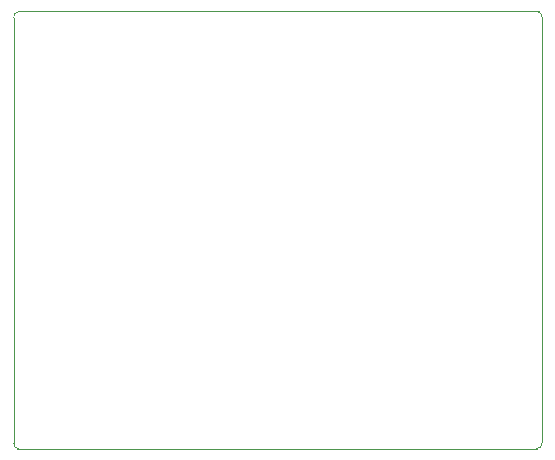
<source format=gbr>
%TF.GenerationSoftware,KiCad,Pcbnew,8.0.1*%
%TF.CreationDate,2024-11-21T22:36:30+00:00*%
%TF.ProjectId,Heating Element,48656174-696e-4672-9045-6c656d656e74,1*%
%TF.SameCoordinates,Original*%
%TF.FileFunction,Profile,NP*%
%FSLAX46Y46*%
G04 Gerber Fmt 4.6, Leading zero omitted, Abs format (unit mm)*
G04 Created by KiCad (PCBNEW 8.0.1) date 2024-11-21 22:36:30*
%MOMM*%
%LPD*%
G01*
G04 APERTURE LIST*
%TA.AperFunction,Profile*%
%ADD10C,0.050000*%
%TD*%
G04 APERTURE END LIST*
D10*
X95650000Y-114025000D02*
X95650000Y-78025000D01*
X139925000Y-77475000D02*
G75*
G02*
X140400000Y-77950000I0J-475000D01*
G01*
X140400000Y-114025000D02*
G75*
G02*
X139925000Y-114500000I-475000J0D01*
G01*
X139925000Y-114500000D02*
X95925000Y-114500000D01*
X140400000Y-77950000D02*
X140400000Y-113950000D01*
X96125000Y-77475000D02*
X140125000Y-77475000D01*
X96125000Y-114500000D02*
G75*
G02*
X95650000Y-114025000I0J475000D01*
G01*
X95650002Y-78025000D02*
G75*
G02*
X96125000Y-77469117I474998J75000D01*
G01*
M02*

</source>
